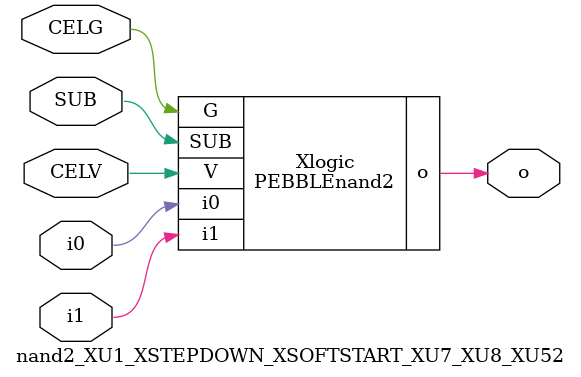
<source format=v>



module PEBBLEnand2 ( o, G, SUB, V, i0, i1 );

  input i0;
  input V;
  input i1;
  input G;
  output o;
  input SUB;
endmodule

//Celera Confidential Do Not Copy nand2_XU1_XSTEPDOWN_XSOFTSTART_XU7_XU8_XU52
//Celera Confidential Symbol Generator
//5V NAND2
module nand2_XU1_XSTEPDOWN_XSOFTSTART_XU7_XU8_XU52 (CELV,CELG,i0,i1,o,SUB);
input CELV;
input CELG;
input i0;
input i1;
input SUB;
output o;

//Celera Confidential Do Not Copy nand2
PEBBLEnand2 Xlogic(
.V (CELV),
.i0 (i0),
.i1 (i1),
.o (o),
.SUB (SUB),
.G (CELG)
);
//,diesize,PEBBLEnand2

//Celera Confidential Do Not Copy Module End
//Celera Schematic Generator
endmodule

</source>
